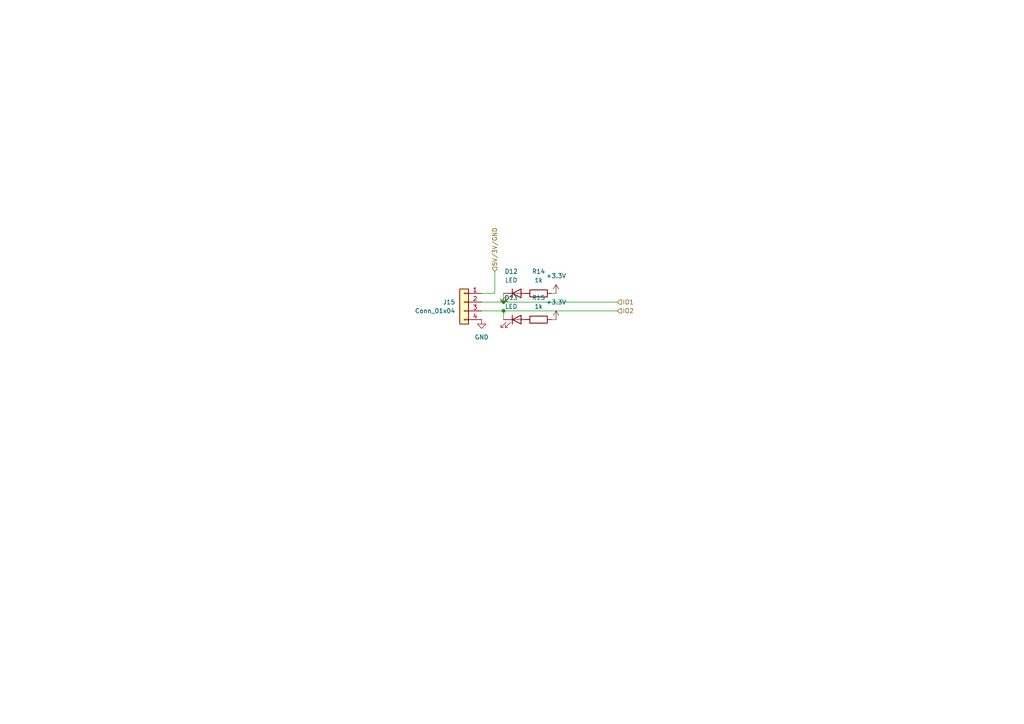
<source format=kicad_sch>
(kicad_sch (version 20250114) (generator "eeschema") (generator_version "9.0")
  (paper "A4")
  (lib_symbols
    (symbol "Connector_Generic:Conn_01x04" (pin_names (offset 1.016) (hide yes))
      (property "Reference" "J" (at 0 5.08 0))
      (property "Value" "Conn_01x04" (at 0 -7.62 0))
      (symbol "Conn_01x04_1_1"
        (rectangle (start -1.27 3.81) (end 1.27 -6.35) (stroke (width 0.254)) (fill (type background)))
        (rectangle (start -1.27 2.667) (end 0 2.413) (stroke (width 0.1524)))
        (rectangle (start -1.27 0.127) (end 0 -0.127) (stroke (width 0.1524)))
        (rectangle (start -1.27 -2.413) (end 0 -2.667) (stroke (width 0.1524)))
        (rectangle (start -1.27 -4.953) (end 0 -5.207) (stroke (width 0.1524)))
        (pin passive line (at -5.08 2.54 0) (length 3.81) (name "Pin_1") (number "1"))
        (pin passive line (at -5.08 0 0) (length 3.81) (name "Pin_2") (number "2"))
        (pin passive line (at -5.08 -2.54 0) (length 3.81) (name "Pin_3") (number "3"))
        (pin passive line (at -5.08 -5.08 0) (length 3.81) (name "Pin_4") (number "4"))
      )
    )
    (symbol "Device:LED" (pin_numbers (hide yes)) (pin_names (offset 1.016) (hide yes))
      (property "Reference" "D" (at 0 2.54 0))
      (property "Value" "LED" (at 0 -2.54 0))
      (symbol "LED_0_1"
        (polyline (pts (xy -3.048 -0.762) (xy -4.572 -2.286) (xy -3.81 -2.286) (xy -4.572 -2.286) (xy -4.572 -1.524)))
        (polyline (pts (xy -1.778 -0.762) (xy -3.302 -2.286) (xy -2.54 -2.286) (xy -3.302 -2.286) (xy -3.302 -1.524)))
        (polyline (pts (xy -1.27 0) (xy 1.27 0)))
        (polyline (pts (xy -1.27 -1.27) (xy -1.27 1.27)) (stroke (width 0.254)))
        (polyline (pts (xy 1.27 -1.27) (xy 1.27 1.27) (xy -1.27 0) (xy 1.27 -1.27)) (stroke (width 0.254)))
      )
      (symbol "LED_1_1"
        (pin passive line (at -3.81 0 0) (length 2.54) (name "K") (number "1"))
        (pin passive line (at 3.81 0 180) (length 2.54) (name "A") (number "2"))
      )
    )
    (symbol "Device:R" (pin_numbers (hide yes)) (pin_names (offset 0))
      (property "Reference" "R" (at 2.032 0 90))
      (property "Value" "R" (at 0 0 90))
      (symbol "R_0_1"
        (rectangle (start -1.016 -2.54) (end 1.016 2.54) (stroke (width 0.254)))
      )
      (symbol "R_1_1"
        (pin passive line (at 0 3.81 270) (length 1.27) (name "~") (number "1"))
        (pin passive line (at 0 -3.81 90) (length 1.27) (name "~") (number "2"))
      )
    )
    (symbol "power:+3.3V" (power) (pin_numbers (hide yes)) (pin_names (offset 0) (hide yes))
      (property "Value" "+3.3V" (at 0 3.556 0))
      (symbol "+3.3V_0_1"
        (polyline (pts (xy -0.762 1.27) (xy 0 2.54)))
        (polyline (pts (xy 0 2.54) (xy 0.762 1.27)))
        (polyline (pts (xy 0 0) (xy 0 2.54)))
      )
      (symbol "+3.3V_1_1"
        (pin power_in line (at 0 0 90) (length 0) (name "~") (number "1"))
      )
    )
    (symbol "power:GND" (power) (pin_numbers (hide yes)) (pin_names (offset 0) (hide yes))
      (property "Value" "GND" (at 0 -3.81 0))
      (symbol "GND_0_1"
        (polyline (pts (xy 0 0) (xy 0 -1.27) (xy 1.27 -1.27) (xy 0 -2.54) (xy -1.27 -1.27) (xy 0 -1.27)))
      )
      (symbol "GND_1_1"
        (pin power_in line (at 0 0 270) (length 0) (name "~") (number "1"))
      )
    )
  )
  (junction (at 146.05 90.17))
  (junction (at 146.05 87.63))
  (wire (pts (xy 146.05 90.17) (xy 146.05 92.71)))
  (wire (pts (xy 143.51 78.74) (xy 143.51 85.09)))
  (wire (pts (xy 152.4 85.09) (xy 153.67 85.09)))
  (wire (pts (xy 160.02 85.09) (xy 161.29 85.09)))
  (wire (pts (xy 146.05 85.09) (xy 146.05 87.63)))
  (wire (pts (xy 146.05 87.63) (xy 139.7 87.63)))
  (wire (pts (xy 146.05 90.17) (xy 179.07 90.17)))
  (wire (pts (xy 161.29 92.71) (xy 160.02 92.71)))
  (wire (pts (xy 146.05 90.17) (xy 139.7 90.17)))
  (wire (pts (xy 143.51 85.09) (xy 139.7 85.09)))
  (wire (pts (xy 146.05 87.63) (xy 179.07 87.63)))
  (wire (pts (xy 152.4 92.71) (xy 153.67 92.71)))
  (hierarchical_label "5V{slash}3V{slash}GND" (shape input) (at 143.51 78.74 90))
  (hierarchical_label "IO2" (shape input) (at 179.07 90.17 0))
  (hierarchical_label "IO1" (shape input) (at 179.07 87.63 0))
  (symbol (lib_id "Device:LED") (at 149.86 92.71 0) (unit 1)
    (property "Reference" "D7" (at 148.2725 86.36 0))
    (property "Value" "LED" (at 148.2725 88.9 0))
    (property "Footprint" "LED_SMD:LED_0603_1608Metric" (effects (hide yes)))
    (property "Description" "Light emitting diode" (effects (hide yes)))
    (property "Sim.Pins" "1=K 2=A" (effects (hide yes)))
    (instances (project "cirkit" (path "" (reference "D13") (unit 1)) (path "" (reference "D15") (unit 1)) (path "" (reference "D7") (unit 1)) (path "" (reference "D11") (unit 1)) (path "" (reference "D21") (unit 1)) (path "" (reference "D19") (unit 1)) (path "" (reference "D9") (unit 1)) (path "" (reference "D17") (unit 1))))
  )
  (symbol (lib_id "Device:LED") (at 149.86 85.09 0) (unit 1)
    (property "Reference" "D6" (at 148.2725 78.74 0))
    (property "Value" "LED" (at 148.2725 81.28 0))
    (property "Footprint" "LED_SMD:LED_0603_1608Metric" (effects (hide yes)))
    (property "Description" "Light emitting diode" (effects (hide yes)))
    (property "Sim.Pins" "1=K 2=A" (effects (hide yes)))
    (instances (project "cirkit" (path "" (reference "D12") (unit 1)) (path "" (reference "D14") (unit 1)) (path "" (reference "D6") (unit 1)) (path "" (reference "D10") (unit 1)) (path "" (reference "D20") (unit 1)) (path "" (reference "D18") (unit 1)) (path "" (reference "D8") (unit 1)) (path "" (reference "D16") (unit 1))))
  )
  (symbol (lib_id "Device:R") (at 156.21 85.09 270) (unit 1)
    (property "Reference" "R8" (at 156.21 78.74 90))
    (property "Value" "1k" (at 156.21 81.28 90))
    (property "Footprint" "Resistor_SMD:R_0603_1608Metric" (effects (hide yes)))
    (property "Description" "Resistor" (effects (hide yes)))
    (instances (project "cirkit" (path "" (reference "R14") (unit 1)) (path "" (reference "R16") (unit 1)) (path "" (reference "R8") (unit 1)) (path "" (reference "R12") (unit 1)) (path "" (reference "R22") (unit 1)) (path "" (reference "R20") (unit 1)) (path "" (reference "R10") (unit 1)) (path "" (reference "R18") (unit 1))))
  )
  (symbol (lib_id "power:+3.3V") (at 161.29 85.09 0) (unit 1)
    (property "Reference" "#PWR038" (effects (hide yes)))
    (property "Value" "+3.3V" (at 161.29 80.01 0))
    (property "Description" "Power symbol creates a global label with name \"+3.3V\"" (effects (hide yes)))
    (instances (project "cirkit" (path "" (reference "#PWR047") (unit 1)) (path "" (reference "#PWR050") (unit 1)) (path "" (reference "#PWR038") (unit 1)) (path "" (reference "#PWR044") (unit 1)) (path "" (reference "#PWR059") (unit 1)) (path "" (reference "#PWR056") (unit 1)) (path "" (reference "#PWR041") (unit 1)) (path "" (reference "#PWR053") (unit 1))))
  )
  (symbol (lib_id "Device:R") (at 156.21 92.71 270) (unit 1)
    (property "Reference" "R9" (at 156.21 86.36 90))
    (property "Value" "1k" (at 156.21 88.9 90))
    (property "Footprint" "Resistor_SMD:R_0603_1608Metric" (effects (hide yes)))
    (property "Description" "Resistor" (effects (hide yes)))
    (instances (project "cirkit" (path "" (reference "R15") (unit 1)) (path "" (reference "R17") (unit 1)) (path "" (reference "R9") (unit 1)) (path "" (reference "R13") (unit 1)) (path "" (reference "R23") (unit 1)) (path "" (reference "R21") (unit 1)) (path "" (reference "R11") (unit 1)) (path "" (reference "R19") (unit 1))))
  )
  (symbol (lib_id "power:GND") (at 139.7 92.71 0) (unit 1)
    (property "Reference" "#PWR037" (effects (hide yes)))
    (property "Value" "GND" (at 139.7 97.79 0))
    (property "Description" "Power symbol creates a global label with name \"GND\" , ground" (effects (hide yes)))
    (instances (project "cirkit" (path "" (reference "#PWR046") (unit 1)) (path "" (reference "#PWR049") (unit 1)) (path "" (reference "#PWR037") (unit 1)) (path "" (reference "#PWR043") (unit 1)) (path "" (reference "#PWR058") (unit 1)) (path "" (reference "#PWR055") (unit 1)) (path "" (reference "#PWR040") (unit 1)) (path "" (reference "#PWR052") (unit 1))))
  )
  (symbol (lib_id "power:+3.3V") (at 161.29 92.71 0) (unit 1)
    (property "Reference" "#PWR039" (effects (hide yes)))
    (property "Value" "+3.3V" (at 161.29 87.63 0))
    (property "Description" "Power symbol creates a global label with name \"+3.3V\"" (effects (hide yes)))
    (instances (project "cirkit" (path "" (reference "#PWR048") (unit 1)) (path "" (reference "#PWR051") (unit 1)) (path "" (reference "#PWR039") (unit 1)) (path "" (reference "#PWR045") (unit 1)) (path "" (reference "#PWR060") (unit 1)) (path "" (reference "#PWR057") (unit 1)) (path "" (reference "#PWR042") (unit 1)) (path "" (reference "#PWR054") (unit 1))))
  )
  (symbol (lib_id "Connector_Generic:Conn_01x04") (at 134.62 87.63 0) (mirror y) (unit 1)
    (property "Reference" "J12" (at 132.08 87.6299 0) (effects (justify left)))
    (property "Value" "Conn_01x04" (at 132.08 90.1699 0) (effects (justify left)))
    (property "Footprint" "Connector_JST:JST_XH_S4B-XH-A_1x04_P2.50mm_Horizontal" (effects (hide yes)))
    (property "Description" "Generic connector, single row, 01x04, script generated (kicad-library-utils/schlib/autogen/connector/)" (effects (hide yes)))
    (instances (project "cirkit" (path "" (reference "J15") (unit 1)) (path "" (reference "J16") (unit 1)) (path "" (reference "J12") (unit 1)) (path "" (reference "J14") (unit 1)) (path "" (reference "J19") (unit 1)) (path "" (reference "J18") (unit 1)) (path "" (reference "J13") (unit 1)) (path "" (reference "J17") (unit 1))))
  )
)
</source>
